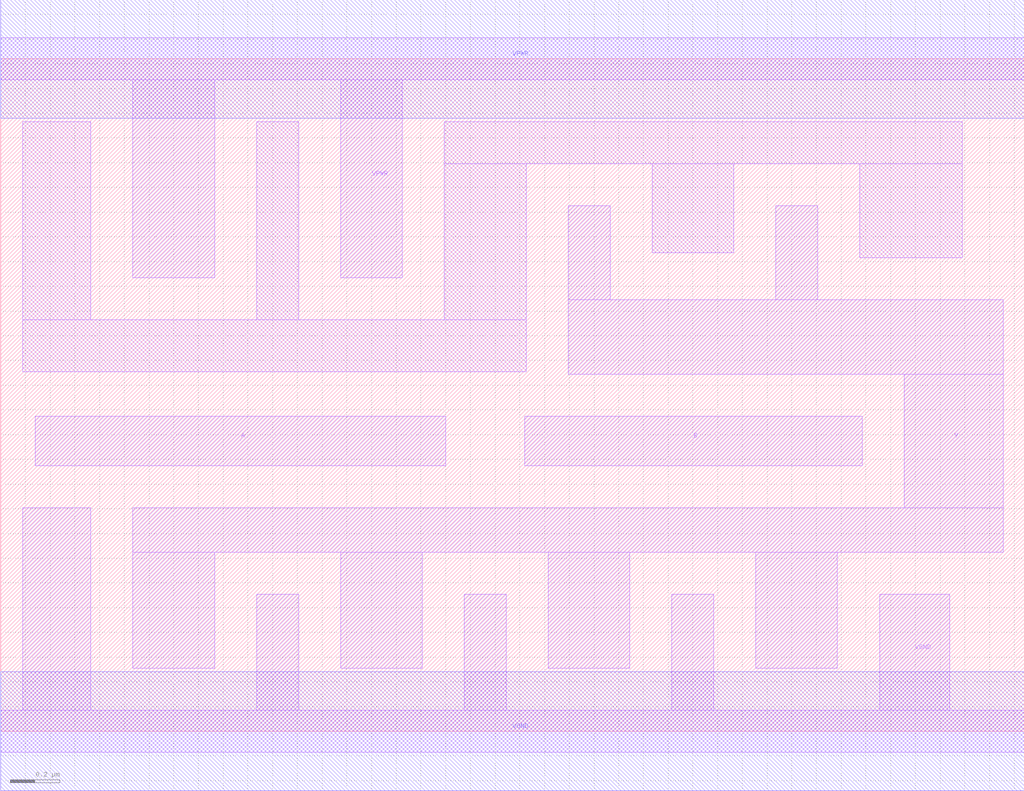
<source format=lef>
# Copyright 2020 The SkyWater PDK Authors
#
# Licensed under the Apache License, Version 2.0 (the "License");
# you may not use this file except in compliance with the License.
# You may obtain a copy of the License at
#
#     https://www.apache.org/licenses/LICENSE-2.0
#
# Unless required by applicable law or agreed to in writing, software
# distributed under the License is distributed on an "AS IS" BASIS,
# WITHOUT WARRANTIES OR CONDITIONS OF ANY KIND, either express or implied.
# See the License for the specific language governing permissions and
# limitations under the License.
#
# SPDX-License-Identifier: Apache-2.0

VERSION 5.5 ;
NAMESCASESENSITIVE ON ;
BUSBITCHARS "[]" ;
DIVIDERCHAR "/" ;
MACRO sky130_fd_sc_hd__nor2_4
  CLASS CORE ;
  SOURCE USER ;
  ORIGIN  0.000000  0.000000 ;
  SIZE  4.140000 BY  2.720000 ;
  SYMMETRY X Y R90 ;
  SITE unithd ;
  PIN A
    ANTENNAGATEAREA  0.990000 ;
    DIRECTION INPUT ;
    USE SIGNAL ;
    PORT
      LAYER li1 ;
        RECT 0.140000 1.075000 1.800000 1.275000 ;
    END
  END A
  PIN B
    ANTENNAGATEAREA  0.990000 ;
    DIRECTION INPUT ;
    USE SIGNAL ;
    PORT
      LAYER li1 ;
        RECT 2.120000 1.075000 3.485000 1.275000 ;
    END
  END B
  PIN Y
    ANTENNADIFFAREA  1.242000 ;
    DIRECTION OUTPUT ;
    USE SIGNAL ;
    PORT
      LAYER li1 ;
        RECT 0.535000 0.255000 0.865000 0.725000 ;
        RECT 0.535000 0.725000 4.055000 0.905000 ;
        RECT 1.375000 0.255000 1.705000 0.725000 ;
        RECT 2.215000 0.255000 2.545000 0.725000 ;
        RECT 2.295000 1.445000 4.055000 1.745000 ;
        RECT 2.295000 1.745000 2.465000 2.125000 ;
        RECT 3.055000 0.255000 3.385000 0.725000 ;
        RECT 3.135000 1.745000 3.305000 2.125000 ;
        RECT 3.655000 0.905000 4.055000 1.445000 ;
    END
  END Y
  PIN VGND
    DIRECTION INOUT ;
    SHAPE ABUTMENT ;
    USE GROUND ;
    PORT
      LAYER li1 ;
        RECT 0.000000 -0.085000 4.140000 0.085000 ;
        RECT 0.090000  0.085000 0.365000 0.905000 ;
        RECT 1.035000  0.085000 1.205000 0.555000 ;
        RECT 1.875000  0.085000 2.045000 0.555000 ;
        RECT 2.715000  0.085000 2.885000 0.555000 ;
        RECT 3.555000  0.085000 3.840000 0.555000 ;
    END
    PORT
      LAYER met1 ;
        RECT 0.000000 -0.240000 4.140000 0.240000 ;
    END
  END VGND
  PIN VPWR
    DIRECTION INOUT ;
    SHAPE ABUTMENT ;
    USE POWER ;
    PORT
      LAYER li1 ;
        RECT 0.000000 2.635000 4.140000 2.805000 ;
        RECT 0.535000 1.835000 0.865000 2.635000 ;
        RECT 1.375000 1.835000 1.625000 2.635000 ;
    END
    PORT
      LAYER met1 ;
        RECT 0.000000 2.480000 4.140000 2.960000 ;
    END
  END VPWR
  OBS
    LAYER li1 ;
      RECT 0.090000 1.455000 2.125000 1.665000 ;
      RECT 0.090000 1.665000 0.365000 2.465000 ;
      RECT 1.035000 1.665000 1.205000 2.465000 ;
      RECT 1.795000 1.665000 2.125000 2.295000 ;
      RECT 1.795000 2.295000 3.890000 2.465000 ;
      RECT 2.635000 1.935000 2.965000 2.295000 ;
      RECT 3.475000 1.915000 3.890000 2.295000 ;
  END
END sky130_fd_sc_hd__nor2_4
END LIBRARY

</source>
